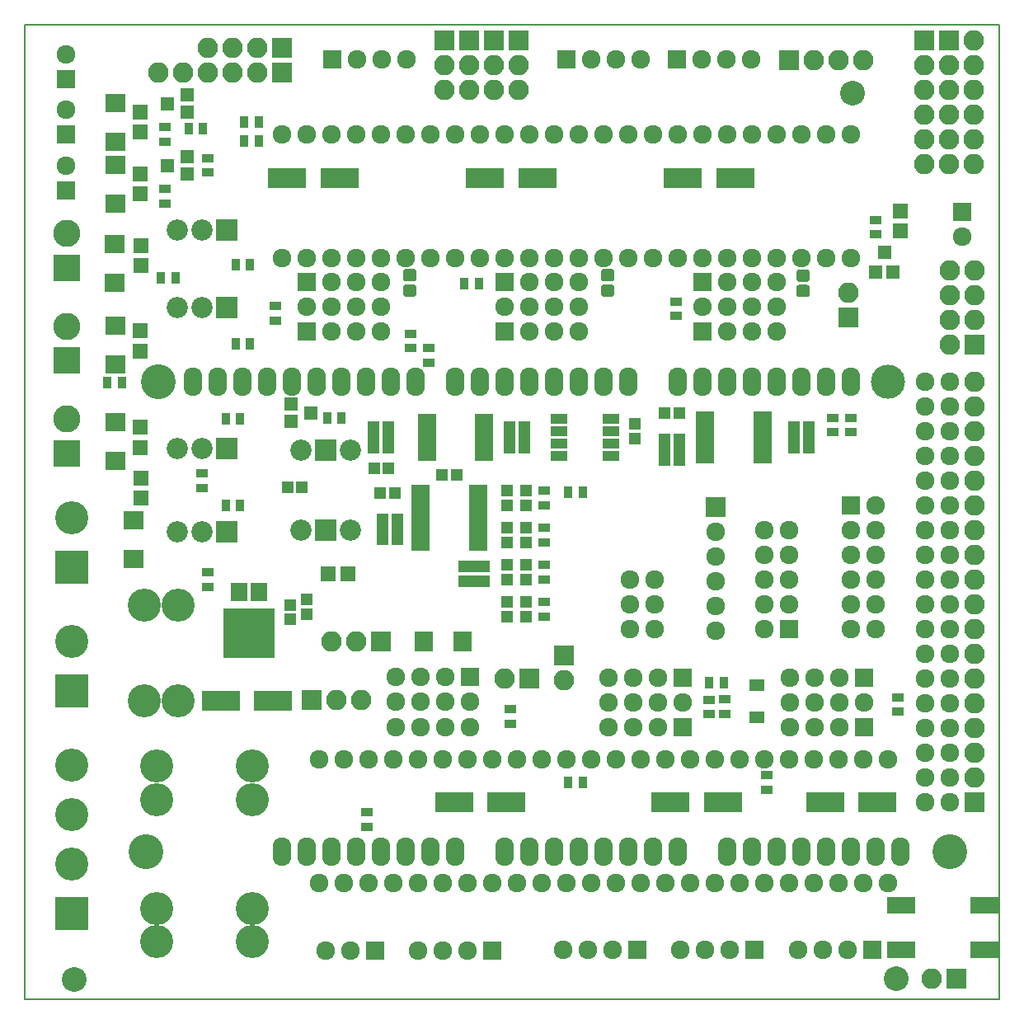
<source format=gts>
G04 #@! TF.GenerationSoftware,KiCad,Pcbnew,5.1.0*
G04 #@! TF.CreationDate,2019-04-24T19:53:50+02:00*
G04 #@! TF.ProjectId,RAMPS-FD,52414d50-532d-4464-942e-6b696361645f,rev?*
G04 #@! TF.SameCoordinates,Original*
G04 #@! TF.FileFunction,Soldermask,Top*
G04 #@! TF.FilePolarity,Negative*
%FSLAX46Y46*%
G04 Gerber Fmt 4.6, Leading zero omitted, Abs format (unit mm)*
G04 Created by KiCad (PCBNEW 5.1.0) date 2019-04-24 19:53:50*
%MOMM*%
%LPD*%
G04 APERTURE LIST*
%ADD10C,0.152400*%
%ADD11R,1.924000X1.924000*%
%ADD12C,1.924000*%
%ADD13O,1.924000X1.924000*%
%ADD14C,0.150000*%
%ADD15C,1.275000*%
%ADD16R,3.399740X3.399740*%
%ADD17C,3.399740*%
%ADD18R,1.799540X0.999440*%
%ADD19R,1.314400X1.314400*%
%ADD20R,1.598880X1.598880*%
%ADD21R,1.799540X1.900000*%
%ADD22R,5.300000X5.200000*%
%ADD23C,2.800000*%
%ADD24R,2.800000X2.800000*%
%ADD25R,1.200000X1.150000*%
%ADD26R,1.150000X1.200000*%
%ADD27R,0.900000X1.300000*%
%ADD28R,1.300000X0.900000*%
%ADD29R,1.162000X0.831800*%
%ADD30R,0.831800X1.162000*%
%ADD31R,1.850000X0.850000*%
%ADD32R,1.900000X0.850000*%
%ADD33O,1.924000X2.940000*%
%ADD34C,3.575000*%
%ADD35C,3.500000*%
%ADD36C,2.540000*%
%ADD37R,1.620000X1.310000*%
%ADD38R,1.949400X2.068780*%
%ADD39R,2.068780X1.949400*%
%ADD40C,3.400000*%
%ADD41R,2.899360X1.797000*%
%ADD42R,2.100000X2.100000*%
%ADD43O,2.100000X2.100000*%
%ADD44C,2.178000*%
%ADD45R,2.178000X2.178000*%
%ADD46R,3.900000X2.000000*%
G04 APERTURE END LIST*
D10*
X52324000Y-39573000D02*
X52324000Y-139573000D01*
X152324000Y-39573000D02*
X52324000Y-39573000D01*
X152324000Y-139573000D02*
X152324000Y-39573000D01*
X52324000Y-139573000D02*
X152324000Y-139573000D01*
D11*
X130810000Y-101600000D03*
D12*
X128270000Y-101600000D03*
X130810000Y-99060000D03*
X128270000Y-99060000D03*
X130810000Y-96520000D03*
X128270000Y-96520000D03*
X130810000Y-93980000D03*
X128270000Y-93980000D03*
X130810000Y-91440000D03*
X128270000Y-91440000D03*
D11*
X101600000Y-70993000D03*
D12*
X101600000Y-68453000D03*
D13*
X104140000Y-70993000D03*
D12*
X104140000Y-68453000D03*
X106680000Y-70993000D03*
X106680000Y-68453000D03*
X109220000Y-70993000D03*
X109220000Y-68453000D03*
D11*
X119888000Y-106553000D03*
D12*
X119888000Y-109093000D03*
X117348000Y-106553000D03*
X117348000Y-109093000D03*
X114808000Y-106553000D03*
X114808000Y-109093000D03*
X112268000Y-106553000D03*
X112268000Y-109093000D03*
D13*
X88836500Y-65913000D03*
X86296500Y-65913000D03*
X83756500Y-65913000D03*
D11*
X81216500Y-65913000D03*
D12*
X109220000Y-65913000D03*
X106680000Y-65913000D03*
X104140000Y-65913000D03*
D11*
X101600000Y-65913000D03*
D12*
X129540000Y-65976500D03*
X127000000Y-65976500D03*
X124460000Y-65976500D03*
D11*
X121920000Y-65976500D03*
D12*
X130873500Y-111633000D03*
X133413500Y-111633000D03*
X135953500Y-111633000D03*
D11*
X138493500Y-111633000D03*
D12*
X112268000Y-111633000D03*
X114808000Y-111633000D03*
X117348000Y-111633000D03*
D11*
X119888000Y-111633000D03*
D12*
X90360500Y-111633000D03*
X92900500Y-111633000D03*
X95440500Y-111633000D03*
X97980500Y-111633000D03*
D11*
X97983040Y-106547920D03*
D12*
X97983040Y-109087920D03*
X95443040Y-106547920D03*
X95443040Y-109087920D03*
X92903040Y-106547920D03*
X92903040Y-109087920D03*
X90363040Y-106547920D03*
X90363040Y-109087920D03*
D11*
X138480800Y-106553000D03*
D12*
X138480800Y-109093000D03*
X135940800Y-106553000D03*
X135940800Y-109093000D03*
D13*
X133400800Y-106553000D03*
D12*
X133400800Y-109093000D03*
D13*
X130860800Y-106553000D03*
D12*
X130860800Y-109093000D03*
D11*
X81280000Y-70993000D03*
D12*
X81280000Y-68453000D03*
X83820000Y-70993000D03*
X83820000Y-68453000D03*
X86360000Y-70993000D03*
X86360000Y-68453000D03*
X88900000Y-70993000D03*
X88900000Y-68453000D03*
D11*
X121920000Y-70993000D03*
D12*
X121920000Y-68453000D03*
X124460000Y-70993000D03*
X124460000Y-68453000D03*
X127000000Y-70993000D03*
X127000000Y-68453000D03*
X129540000Y-70993000D03*
X129540000Y-68453000D03*
D14*
G36*
X132594493Y-64654535D02*
G01*
X132625435Y-64659125D01*
X132655778Y-64666725D01*
X132685230Y-64677263D01*
X132713508Y-64690638D01*
X132740338Y-64706719D01*
X132765463Y-64725353D01*
X132788640Y-64746360D01*
X132809647Y-64769537D01*
X132828281Y-64794662D01*
X132844362Y-64821492D01*
X132857737Y-64849770D01*
X132868275Y-64879222D01*
X132875875Y-64909565D01*
X132880465Y-64940507D01*
X132882000Y-64971750D01*
X132882000Y-65609250D01*
X132880465Y-65640493D01*
X132875875Y-65671435D01*
X132868275Y-65701778D01*
X132857737Y-65731230D01*
X132844362Y-65759508D01*
X132828281Y-65786338D01*
X132809647Y-65811463D01*
X132788640Y-65834640D01*
X132765463Y-65855647D01*
X132740338Y-65874281D01*
X132713508Y-65890362D01*
X132685230Y-65903737D01*
X132655778Y-65914275D01*
X132625435Y-65921875D01*
X132594493Y-65926465D01*
X132563250Y-65928000D01*
X131850750Y-65928000D01*
X131819507Y-65926465D01*
X131788565Y-65921875D01*
X131758222Y-65914275D01*
X131728770Y-65903737D01*
X131700492Y-65890362D01*
X131673662Y-65874281D01*
X131648537Y-65855647D01*
X131625360Y-65834640D01*
X131604353Y-65811463D01*
X131585719Y-65786338D01*
X131569638Y-65759508D01*
X131556263Y-65731230D01*
X131545725Y-65701778D01*
X131538125Y-65671435D01*
X131533535Y-65640493D01*
X131532000Y-65609250D01*
X131532000Y-64971750D01*
X131533535Y-64940507D01*
X131538125Y-64909565D01*
X131545725Y-64879222D01*
X131556263Y-64849770D01*
X131569638Y-64821492D01*
X131585719Y-64794662D01*
X131604353Y-64769537D01*
X131625360Y-64746360D01*
X131648537Y-64725353D01*
X131673662Y-64706719D01*
X131700492Y-64690638D01*
X131728770Y-64677263D01*
X131758222Y-64666725D01*
X131788565Y-64659125D01*
X131819507Y-64654535D01*
X131850750Y-64653000D01*
X132563250Y-64653000D01*
X132594493Y-64654535D01*
X132594493Y-64654535D01*
G37*
D15*
X132207000Y-65290500D03*
D14*
G36*
X132594493Y-66229535D02*
G01*
X132625435Y-66234125D01*
X132655778Y-66241725D01*
X132685230Y-66252263D01*
X132713508Y-66265638D01*
X132740338Y-66281719D01*
X132765463Y-66300353D01*
X132788640Y-66321360D01*
X132809647Y-66344537D01*
X132828281Y-66369662D01*
X132844362Y-66396492D01*
X132857737Y-66424770D01*
X132868275Y-66454222D01*
X132875875Y-66484565D01*
X132880465Y-66515507D01*
X132882000Y-66546750D01*
X132882000Y-67184250D01*
X132880465Y-67215493D01*
X132875875Y-67246435D01*
X132868275Y-67276778D01*
X132857737Y-67306230D01*
X132844362Y-67334508D01*
X132828281Y-67361338D01*
X132809647Y-67386463D01*
X132788640Y-67409640D01*
X132765463Y-67430647D01*
X132740338Y-67449281D01*
X132713508Y-67465362D01*
X132685230Y-67478737D01*
X132655778Y-67489275D01*
X132625435Y-67496875D01*
X132594493Y-67501465D01*
X132563250Y-67503000D01*
X131850750Y-67503000D01*
X131819507Y-67501465D01*
X131788565Y-67496875D01*
X131758222Y-67489275D01*
X131728770Y-67478737D01*
X131700492Y-67465362D01*
X131673662Y-67449281D01*
X131648537Y-67430647D01*
X131625360Y-67409640D01*
X131604353Y-67386463D01*
X131585719Y-67361338D01*
X131569638Y-67334508D01*
X131556263Y-67306230D01*
X131545725Y-67276778D01*
X131538125Y-67246435D01*
X131533535Y-67215493D01*
X131532000Y-67184250D01*
X131532000Y-66546750D01*
X131533535Y-66515507D01*
X131538125Y-66484565D01*
X131545725Y-66454222D01*
X131556263Y-66424770D01*
X131569638Y-66396492D01*
X131585719Y-66369662D01*
X131604353Y-66344537D01*
X131625360Y-66321360D01*
X131648537Y-66300353D01*
X131673662Y-66281719D01*
X131700492Y-66265638D01*
X131728770Y-66252263D01*
X131758222Y-66241725D01*
X131788565Y-66234125D01*
X131819507Y-66229535D01*
X131850750Y-66228000D01*
X132563250Y-66228000D01*
X132594493Y-66229535D01*
X132594493Y-66229535D01*
G37*
D15*
X132207000Y-66865500D03*
D14*
G36*
X112528493Y-64616535D02*
G01*
X112559435Y-64621125D01*
X112589778Y-64628725D01*
X112619230Y-64639263D01*
X112647508Y-64652638D01*
X112674338Y-64668719D01*
X112699463Y-64687353D01*
X112722640Y-64708360D01*
X112743647Y-64731537D01*
X112762281Y-64756662D01*
X112778362Y-64783492D01*
X112791737Y-64811770D01*
X112802275Y-64841222D01*
X112809875Y-64871565D01*
X112814465Y-64902507D01*
X112816000Y-64933750D01*
X112816000Y-65571250D01*
X112814465Y-65602493D01*
X112809875Y-65633435D01*
X112802275Y-65663778D01*
X112791737Y-65693230D01*
X112778362Y-65721508D01*
X112762281Y-65748338D01*
X112743647Y-65773463D01*
X112722640Y-65796640D01*
X112699463Y-65817647D01*
X112674338Y-65836281D01*
X112647508Y-65852362D01*
X112619230Y-65865737D01*
X112589778Y-65876275D01*
X112559435Y-65883875D01*
X112528493Y-65888465D01*
X112497250Y-65890000D01*
X111784750Y-65890000D01*
X111753507Y-65888465D01*
X111722565Y-65883875D01*
X111692222Y-65876275D01*
X111662770Y-65865737D01*
X111634492Y-65852362D01*
X111607662Y-65836281D01*
X111582537Y-65817647D01*
X111559360Y-65796640D01*
X111538353Y-65773463D01*
X111519719Y-65748338D01*
X111503638Y-65721508D01*
X111490263Y-65693230D01*
X111479725Y-65663778D01*
X111472125Y-65633435D01*
X111467535Y-65602493D01*
X111466000Y-65571250D01*
X111466000Y-64933750D01*
X111467535Y-64902507D01*
X111472125Y-64871565D01*
X111479725Y-64841222D01*
X111490263Y-64811770D01*
X111503638Y-64783492D01*
X111519719Y-64756662D01*
X111538353Y-64731537D01*
X111559360Y-64708360D01*
X111582537Y-64687353D01*
X111607662Y-64668719D01*
X111634492Y-64652638D01*
X111662770Y-64639263D01*
X111692222Y-64628725D01*
X111722565Y-64621125D01*
X111753507Y-64616535D01*
X111784750Y-64615000D01*
X112497250Y-64615000D01*
X112528493Y-64616535D01*
X112528493Y-64616535D01*
G37*
D15*
X112141000Y-65252500D03*
D14*
G36*
X112528493Y-66191535D02*
G01*
X112559435Y-66196125D01*
X112589778Y-66203725D01*
X112619230Y-66214263D01*
X112647508Y-66227638D01*
X112674338Y-66243719D01*
X112699463Y-66262353D01*
X112722640Y-66283360D01*
X112743647Y-66306537D01*
X112762281Y-66331662D01*
X112778362Y-66358492D01*
X112791737Y-66386770D01*
X112802275Y-66416222D01*
X112809875Y-66446565D01*
X112814465Y-66477507D01*
X112816000Y-66508750D01*
X112816000Y-67146250D01*
X112814465Y-67177493D01*
X112809875Y-67208435D01*
X112802275Y-67238778D01*
X112791737Y-67268230D01*
X112778362Y-67296508D01*
X112762281Y-67323338D01*
X112743647Y-67348463D01*
X112722640Y-67371640D01*
X112699463Y-67392647D01*
X112674338Y-67411281D01*
X112647508Y-67427362D01*
X112619230Y-67440737D01*
X112589778Y-67451275D01*
X112559435Y-67458875D01*
X112528493Y-67463465D01*
X112497250Y-67465000D01*
X111784750Y-67465000D01*
X111753507Y-67463465D01*
X111722565Y-67458875D01*
X111692222Y-67451275D01*
X111662770Y-67440737D01*
X111634492Y-67427362D01*
X111607662Y-67411281D01*
X111582537Y-67392647D01*
X111559360Y-67371640D01*
X111538353Y-67348463D01*
X111519719Y-67323338D01*
X111503638Y-67296508D01*
X111490263Y-67268230D01*
X111479725Y-67238778D01*
X111472125Y-67208435D01*
X111467535Y-67177493D01*
X111466000Y-67146250D01*
X111466000Y-66508750D01*
X111467535Y-66477507D01*
X111472125Y-66446565D01*
X111479725Y-66416222D01*
X111490263Y-66386770D01*
X111503638Y-66358492D01*
X111519719Y-66331662D01*
X111538353Y-66306537D01*
X111559360Y-66283360D01*
X111582537Y-66262353D01*
X111607662Y-66243719D01*
X111634492Y-66227638D01*
X111662770Y-66214263D01*
X111692222Y-66203725D01*
X111722565Y-66196125D01*
X111753507Y-66191535D01*
X111784750Y-66190000D01*
X112497250Y-66190000D01*
X112528493Y-66191535D01*
X112528493Y-66191535D01*
G37*
D15*
X112141000Y-66827500D03*
D14*
G36*
X92208493Y-64616535D02*
G01*
X92239435Y-64621125D01*
X92269778Y-64628725D01*
X92299230Y-64639263D01*
X92327508Y-64652638D01*
X92354338Y-64668719D01*
X92379463Y-64687353D01*
X92402640Y-64708360D01*
X92423647Y-64731537D01*
X92442281Y-64756662D01*
X92458362Y-64783492D01*
X92471737Y-64811770D01*
X92482275Y-64841222D01*
X92489875Y-64871565D01*
X92494465Y-64902507D01*
X92496000Y-64933750D01*
X92496000Y-65571250D01*
X92494465Y-65602493D01*
X92489875Y-65633435D01*
X92482275Y-65663778D01*
X92471737Y-65693230D01*
X92458362Y-65721508D01*
X92442281Y-65748338D01*
X92423647Y-65773463D01*
X92402640Y-65796640D01*
X92379463Y-65817647D01*
X92354338Y-65836281D01*
X92327508Y-65852362D01*
X92299230Y-65865737D01*
X92269778Y-65876275D01*
X92239435Y-65883875D01*
X92208493Y-65888465D01*
X92177250Y-65890000D01*
X91464750Y-65890000D01*
X91433507Y-65888465D01*
X91402565Y-65883875D01*
X91372222Y-65876275D01*
X91342770Y-65865737D01*
X91314492Y-65852362D01*
X91287662Y-65836281D01*
X91262537Y-65817647D01*
X91239360Y-65796640D01*
X91218353Y-65773463D01*
X91199719Y-65748338D01*
X91183638Y-65721508D01*
X91170263Y-65693230D01*
X91159725Y-65663778D01*
X91152125Y-65633435D01*
X91147535Y-65602493D01*
X91146000Y-65571250D01*
X91146000Y-64933750D01*
X91147535Y-64902507D01*
X91152125Y-64871565D01*
X91159725Y-64841222D01*
X91170263Y-64811770D01*
X91183638Y-64783492D01*
X91199719Y-64756662D01*
X91218353Y-64731537D01*
X91239360Y-64708360D01*
X91262537Y-64687353D01*
X91287662Y-64668719D01*
X91314492Y-64652638D01*
X91342770Y-64639263D01*
X91372222Y-64628725D01*
X91402565Y-64621125D01*
X91433507Y-64616535D01*
X91464750Y-64615000D01*
X92177250Y-64615000D01*
X92208493Y-64616535D01*
X92208493Y-64616535D01*
G37*
D15*
X91821000Y-65252500D03*
D14*
G36*
X92208493Y-66191535D02*
G01*
X92239435Y-66196125D01*
X92269778Y-66203725D01*
X92299230Y-66214263D01*
X92327508Y-66227638D01*
X92354338Y-66243719D01*
X92379463Y-66262353D01*
X92402640Y-66283360D01*
X92423647Y-66306537D01*
X92442281Y-66331662D01*
X92458362Y-66358492D01*
X92471737Y-66386770D01*
X92482275Y-66416222D01*
X92489875Y-66446565D01*
X92494465Y-66477507D01*
X92496000Y-66508750D01*
X92496000Y-67146250D01*
X92494465Y-67177493D01*
X92489875Y-67208435D01*
X92482275Y-67238778D01*
X92471737Y-67268230D01*
X92458362Y-67296508D01*
X92442281Y-67323338D01*
X92423647Y-67348463D01*
X92402640Y-67371640D01*
X92379463Y-67392647D01*
X92354338Y-67411281D01*
X92327508Y-67427362D01*
X92299230Y-67440737D01*
X92269778Y-67451275D01*
X92239435Y-67458875D01*
X92208493Y-67463465D01*
X92177250Y-67465000D01*
X91464750Y-67465000D01*
X91433507Y-67463465D01*
X91402565Y-67458875D01*
X91372222Y-67451275D01*
X91342770Y-67440737D01*
X91314492Y-67427362D01*
X91287662Y-67411281D01*
X91262537Y-67392647D01*
X91239360Y-67371640D01*
X91218353Y-67348463D01*
X91199719Y-67323338D01*
X91183638Y-67296508D01*
X91170263Y-67268230D01*
X91159725Y-67238778D01*
X91152125Y-67208435D01*
X91147535Y-67177493D01*
X91146000Y-67146250D01*
X91146000Y-66508750D01*
X91147535Y-66477507D01*
X91152125Y-66446565D01*
X91159725Y-66416222D01*
X91170263Y-66386770D01*
X91183638Y-66358492D01*
X91199719Y-66331662D01*
X91218353Y-66306537D01*
X91239360Y-66283360D01*
X91262537Y-66262353D01*
X91287662Y-66243719D01*
X91314492Y-66227638D01*
X91342770Y-66214263D01*
X91372222Y-66203725D01*
X91402565Y-66196125D01*
X91433507Y-66191535D01*
X91464750Y-66190000D01*
X92177250Y-66190000D01*
X92208493Y-66191535D01*
X92208493Y-66191535D01*
G37*
D15*
X91821000Y-66827500D03*
D16*
X57150000Y-107950000D03*
D17*
X57150000Y-102870000D03*
D16*
X57150000Y-95250000D03*
D17*
X57150000Y-90170000D03*
D18*
X112522000Y-80010000D03*
X107188000Y-80010000D03*
X112522000Y-81280000D03*
X112522000Y-82550000D03*
X112522000Y-83820000D03*
X107188000Y-81280000D03*
X107188000Y-82550000D03*
X107188000Y-83820000D03*
D19*
X68961000Y-46736000D03*
X68961000Y-48514000D03*
X66929000Y-47625000D03*
X68961000Y-53086000D03*
X68961000Y-54864000D03*
X66929000Y-53975000D03*
X79629000Y-80264000D03*
X79629000Y-78486000D03*
X81661000Y-79375000D03*
D20*
X83405980Y-95885000D03*
X85504020Y-95885000D03*
X64262000Y-86072980D03*
X64262000Y-88171020D03*
X64135000Y-73058020D03*
X64135000Y-70959980D03*
X64135000Y-82964020D03*
X64135000Y-80865980D03*
X64250000Y-64299020D03*
X64250000Y-62200980D03*
X64135000Y-56929020D03*
X64135000Y-54830980D03*
X64135000Y-50579020D03*
X64135000Y-48480980D03*
D21*
X74285140Y-97769680D03*
X76362860Y-97769680D03*
D22*
X75324000Y-102021640D03*
D11*
X127254000Y-134540000D03*
D12*
X124714000Y-134540000D03*
X122174000Y-134540000D03*
X119634000Y-134540000D03*
D11*
X56515000Y-45085000D03*
D12*
X56515000Y-42545000D03*
D11*
X100330000Y-134620000D03*
D12*
X97790000Y-134620000D03*
X95250000Y-134620000D03*
X92710000Y-134620000D03*
D11*
X115189000Y-134540000D03*
D12*
X112649000Y-134540000D03*
X110109000Y-134540000D03*
X107569000Y-134540000D03*
D11*
X139319000Y-134540000D03*
D12*
X136779000Y-134540000D03*
X134239000Y-134540000D03*
X131699000Y-134540000D03*
D11*
X83845400Y-43078400D03*
D12*
X86385400Y-43078400D03*
X88925400Y-43078400D03*
X91465400Y-43078400D03*
D11*
X107950000Y-43078400D03*
D12*
X110490000Y-43078400D03*
X113030000Y-43078400D03*
X115570000Y-43078400D03*
D11*
X137160000Y-88900000D03*
D12*
X139700000Y-88900000D03*
X137160000Y-91440000D03*
X139700000Y-91440000D03*
X137160000Y-93980000D03*
X139700000Y-93980000D03*
X137160000Y-96520000D03*
X139700000Y-96520000D03*
X137160000Y-99060000D03*
X139700000Y-99060000D03*
X137160000Y-101600000D03*
X139700000Y-101600000D03*
D11*
X119228000Y-43078400D03*
D12*
X121768000Y-43078400D03*
X124308000Y-43078400D03*
X126848000Y-43078400D03*
D23*
X56580000Y-60988000D03*
D24*
X56580000Y-64488000D03*
D11*
X148567000Y-58750200D03*
D12*
X148567000Y-61290200D03*
D23*
X56580000Y-80038000D03*
D24*
X56580000Y-83538000D03*
D23*
X56580000Y-70513000D03*
D24*
X56580000Y-74013000D03*
D11*
X56515000Y-56515000D03*
D12*
X56515000Y-53975000D03*
D11*
X56515000Y-50800000D03*
D12*
X56515000Y-48260000D03*
D25*
X88150000Y-85090000D03*
X89650000Y-85090000D03*
X90285000Y-87630000D03*
X88785000Y-87630000D03*
X79260000Y-86995000D03*
X80760000Y-86995000D03*
X96635000Y-85725000D03*
X95135000Y-85725000D03*
D26*
X79574000Y-100623800D03*
X79574000Y-99123800D03*
X81280000Y-100064000D03*
X81280000Y-98564000D03*
X101854000Y-100318000D03*
X101854000Y-98818000D03*
X101854000Y-96508000D03*
X101854000Y-95008000D03*
X101854000Y-92698000D03*
X101854000Y-91198000D03*
D25*
X119495000Y-79375000D03*
X117995000Y-79375000D03*
D26*
X101854000Y-88888000D03*
X101854000Y-87388000D03*
X103759000Y-88888000D03*
X103759000Y-87388000D03*
X103759000Y-92698000D03*
X103759000Y-91198000D03*
X103759000Y-100318000D03*
X103759000Y-98818000D03*
X103759000Y-96508000D03*
X103759000Y-95008000D03*
X114935000Y-80530000D03*
X114935000Y-82030000D03*
D27*
X74815000Y-49530000D03*
X76315000Y-49530000D03*
X74815000Y-51435000D03*
X76315000Y-51435000D03*
X84824000Y-79933800D03*
X83324000Y-79933800D03*
D28*
X141986000Y-110097000D03*
X141986000Y-108597000D03*
X102171500Y-111303500D03*
X102171500Y-109803500D03*
X122529600Y-108851000D03*
X122529600Y-110351000D03*
X78041500Y-68401500D03*
X78041500Y-69901500D03*
D27*
X98921000Y-66103500D03*
X97421000Y-66103500D03*
D28*
X119189500Y-67957000D03*
X119189500Y-69457000D03*
X137160000Y-81395000D03*
X137160000Y-79895000D03*
X135255000Y-81395000D03*
X135255000Y-79895000D03*
X71120000Y-97270000D03*
X71120000Y-95770000D03*
D27*
X60750000Y-76250000D03*
X62250000Y-76250000D03*
D28*
X70485000Y-87110000D03*
X70485000Y-85610000D03*
D27*
X66250000Y-65500000D03*
X67750000Y-65500000D03*
D28*
X105664000Y-100318000D03*
X105664000Y-98818000D03*
X105664000Y-96508000D03*
X105664000Y-95008000D03*
X105664000Y-92698000D03*
X105664000Y-91198000D03*
D27*
X122567000Y-107061000D03*
X124067000Y-107061000D03*
D28*
X124180600Y-108800200D03*
X124180600Y-110300200D03*
X93789500Y-74219500D03*
X93789500Y-72719500D03*
X91948000Y-72759000D03*
X91948000Y-71259000D03*
X105664000Y-88888000D03*
X105664000Y-87388000D03*
D27*
X74410000Y-88900000D03*
X72910000Y-88900000D03*
X74410000Y-80010000D03*
X72910000Y-80010000D03*
X75426000Y-64185800D03*
X73926000Y-64185800D03*
X75426000Y-72313800D03*
X73926000Y-72313800D03*
X70600000Y-50165000D03*
X69100000Y-50165000D03*
D28*
X71120000Y-53225000D03*
X71120000Y-54725000D03*
X66675000Y-57900000D03*
X66675000Y-56400000D03*
X66675000Y-51550000D03*
X66675000Y-50050000D03*
D29*
X103632000Y-82313780D03*
X102108000Y-82313780D03*
X103632000Y-81516220D03*
X102108000Y-81516220D03*
X103632000Y-83113880D03*
X103632000Y-80716120D03*
X102108000Y-80716120D03*
X102108000Y-83113880D03*
D30*
X98026220Y-96647000D03*
X98026220Y-95123000D03*
X98823780Y-96647000D03*
X98823780Y-95123000D03*
X97226120Y-96647000D03*
X99623880Y-96647000D03*
X99623880Y-95123000D03*
X97226120Y-95123000D03*
D29*
X90551000Y-91762580D03*
X89027000Y-91762580D03*
X90551000Y-90965020D03*
X89027000Y-90965020D03*
X90551000Y-92562680D03*
X90551000Y-90164920D03*
X89027000Y-90164920D03*
X89027000Y-92562680D03*
X88138000Y-81516220D03*
X89662000Y-81516220D03*
X88138000Y-82313780D03*
X89662000Y-82313780D03*
X88138000Y-80716120D03*
X88138000Y-83113880D03*
X89662000Y-83113880D03*
X89662000Y-80716120D03*
X119507000Y-83583780D03*
X117983000Y-83583780D03*
X119507000Y-82786220D03*
X117983000Y-82786220D03*
X119507000Y-84383880D03*
X119507000Y-81986120D03*
X117983000Y-81986120D03*
X117983000Y-84383880D03*
X131318000Y-81516220D03*
X132842000Y-81516220D03*
X131318000Y-82313780D03*
X132842000Y-82313780D03*
X131318000Y-80716120D03*
X131318000Y-83113880D03*
X132842000Y-83113880D03*
X132842000Y-80716120D03*
D31*
X99470000Y-83865000D03*
X99470000Y-83215000D03*
X99470000Y-82565000D03*
X99470000Y-81915000D03*
X99470000Y-81265000D03*
X99470000Y-80615000D03*
X99470000Y-79965000D03*
X93570000Y-79965000D03*
X93570000Y-80615000D03*
X93570000Y-81265000D03*
X93570000Y-81915000D03*
X93570000Y-82565000D03*
X93570000Y-83215000D03*
X93570000Y-83865000D03*
X92935000Y-87245000D03*
X92935000Y-87895000D03*
X92935000Y-88545000D03*
X92935000Y-89195000D03*
X92935000Y-89845000D03*
X92935000Y-90495000D03*
X92935000Y-91145000D03*
X92935000Y-91795000D03*
X92935000Y-92445000D03*
X92935000Y-93095000D03*
X98835000Y-93095000D03*
X98835000Y-92445000D03*
X98835000Y-91795000D03*
X98835000Y-91145000D03*
X98835000Y-90495000D03*
X98835000Y-89845000D03*
X98835000Y-89195000D03*
X98835000Y-88545000D03*
X98835000Y-87895000D03*
X98835000Y-87245000D03*
D32*
X128045000Y-79640000D03*
X128045000Y-80290000D03*
X128045000Y-80940000D03*
X128045000Y-81590000D03*
X128045000Y-82240000D03*
X128045000Y-82890000D03*
X128045000Y-83540000D03*
X128045000Y-84190000D03*
X122145000Y-84190000D03*
X122145000Y-83540000D03*
X122145000Y-82890000D03*
X122145000Y-82240000D03*
X122145000Y-81590000D03*
X122145000Y-80940000D03*
X122145000Y-80290000D03*
X122145000Y-79640000D03*
D12*
X116967000Y-96520000D03*
X116967000Y-99060000D03*
X116967000Y-101600000D03*
X114427000Y-101600000D03*
X114427000Y-99060000D03*
X114427000Y-96520000D03*
D33*
X78740000Y-124460000D03*
X81280000Y-124460000D03*
X69596000Y-76200000D03*
X72136000Y-76200000D03*
D12*
X147320000Y-119380000D03*
X144780000Y-119380000D03*
X147320000Y-116840000D03*
X144780000Y-116840000D03*
X147320000Y-114300000D03*
X144780000Y-114300000D03*
X147320000Y-111760000D03*
X144780000Y-111760000D03*
X147320000Y-109220000D03*
X144780000Y-109220000D03*
X147320000Y-106680000D03*
X144780000Y-106680000D03*
X147320000Y-104140000D03*
X144780000Y-104140000D03*
X147320000Y-101600000D03*
X144780000Y-101600000D03*
X147320000Y-99060000D03*
X144780000Y-99060000D03*
X147320000Y-96520000D03*
X144780000Y-96520000D03*
X147320000Y-93980000D03*
X144780000Y-93980000D03*
X147320000Y-91440000D03*
X144780000Y-91440000D03*
X144780000Y-88900000D03*
X147320000Y-88900000D03*
X147320000Y-76200000D03*
X144780000Y-76200000D03*
X147320000Y-86360000D03*
X144780000Y-86360000D03*
X147320000Y-83820000D03*
X144780000Y-83820000D03*
X147320000Y-81280000D03*
X144780000Y-81280000D03*
X147320000Y-78740000D03*
X144780000Y-78740000D03*
D34*
X64770000Y-124460000D03*
X66040000Y-76200000D03*
D35*
X140970000Y-76200000D03*
D34*
X147320000Y-124460000D03*
D33*
X88900000Y-124460000D03*
X74676000Y-76200000D03*
X77216000Y-76200000D03*
X79756000Y-76200000D03*
X82296000Y-76200000D03*
X84836000Y-76200000D03*
X87376000Y-76200000D03*
X89916000Y-76200000D03*
X92456000Y-76200000D03*
X96520000Y-76200000D03*
X99060000Y-76200000D03*
X101600000Y-76200000D03*
X104140000Y-76200000D03*
X106680000Y-76200000D03*
X109220000Y-76200000D03*
X111760000Y-76200000D03*
X114300000Y-76200000D03*
X83820000Y-124460000D03*
X86360000Y-124460000D03*
X91440000Y-124460000D03*
X93980000Y-124460000D03*
X96520000Y-124460000D03*
X106680000Y-124460000D03*
X104140000Y-124460000D03*
X101600000Y-124460000D03*
X109220000Y-124460000D03*
X111760000Y-124460000D03*
X114300000Y-124460000D03*
X132080000Y-124460000D03*
X129540000Y-124460000D03*
X127000000Y-124460000D03*
X116840000Y-124460000D03*
X119380000Y-124460000D03*
X124460000Y-124460000D03*
X134620000Y-124460000D03*
X137160000Y-124460000D03*
X139700000Y-124460000D03*
X142240000Y-124460000D03*
X137160000Y-76200000D03*
X134620000Y-76200000D03*
X132080000Y-76200000D03*
X129540000Y-76200000D03*
X127000000Y-76200000D03*
X124460000Y-76200000D03*
X121920000Y-76200000D03*
X119380000Y-76200000D03*
D27*
X109589000Y-87503000D03*
X108089000Y-87503000D03*
D36*
X57324000Y-137573000D03*
X137324000Y-46573000D03*
X141808200Y-137515600D03*
D20*
X142240000Y-58640980D03*
X142240000Y-60739020D03*
D19*
X141478000Y-64947800D03*
X139700000Y-64947800D03*
X140589000Y-62915800D03*
D28*
X139700000Y-59575000D03*
X139700000Y-61075000D03*
D11*
X88265000Y-134620000D03*
D12*
X85725000Y-134620000D03*
X83185000Y-134620000D03*
D16*
X57150000Y-130810000D03*
D17*
X57150000Y-125730000D03*
X57150000Y-115570000D03*
X57150000Y-120650000D03*
D37*
X127444500Y-107394500D03*
X127444500Y-110664500D03*
D38*
X93284040Y-102870000D03*
X97248980Y-102870000D03*
D39*
X61595000Y-80330040D03*
X61595000Y-84294980D03*
X61595000Y-70424040D03*
X61595000Y-74388980D03*
X61500000Y-62034040D03*
X61500000Y-65998980D03*
X63500000Y-90410040D03*
X63500000Y-94374980D03*
X61595000Y-53914040D03*
X61595000Y-57878980D03*
X61595000Y-47564040D03*
X61595000Y-51528980D03*
D40*
X65864000Y-130298720D03*
X65864000Y-133698720D03*
X75614000Y-130298720D03*
X75614000Y-133698720D03*
D41*
X142308000Y-134502720D03*
X142308000Y-130002720D03*
X150808000Y-134502720D03*
X150808000Y-130002720D03*
D40*
X64594000Y-108933720D03*
X67994000Y-108933720D03*
X64594000Y-99183720D03*
X67994000Y-99183720D03*
X65864000Y-115693720D03*
X65864000Y-119093720D03*
X75614000Y-115693720D03*
X75614000Y-119093720D03*
D28*
X87424000Y-121923000D03*
X87424000Y-120423000D03*
D42*
X107696000Y-104267000D03*
D43*
X107696000Y-106807000D03*
D42*
X81711800Y-108915200D03*
D43*
X84251800Y-108915200D03*
X86791800Y-108915200D03*
D42*
X88900000Y-102870000D03*
D43*
X86360000Y-102870000D03*
X83820000Y-102870000D03*
D42*
X104076500Y-106680000D03*
D43*
X101536500Y-106680000D03*
D42*
X136906000Y-69596000D03*
D43*
X136906000Y-67056000D03*
D42*
X95377000Y-41148000D03*
D43*
X95377000Y-43688000D03*
X95377000Y-46228000D03*
D42*
X97917000Y-41148000D03*
D43*
X97917000Y-43688000D03*
X97917000Y-46228000D03*
D42*
X100457000Y-41148000D03*
D43*
X100457000Y-43688000D03*
X100457000Y-46228000D03*
D42*
X102997000Y-41148000D03*
D43*
X102997000Y-43688000D03*
X102997000Y-46228000D03*
D42*
X123240800Y-89027000D03*
D12*
X123240800Y-91567000D03*
X123240800Y-94107000D03*
X123240800Y-96647000D03*
X123240800Y-99187000D03*
X123240800Y-101727000D03*
D42*
X78740000Y-41910000D03*
D43*
X76200000Y-41910000D03*
X73660000Y-41910000D03*
X71120000Y-41910000D03*
D42*
X147955000Y-137459720D03*
D43*
X145415000Y-137459720D03*
D42*
X130810000Y-43180000D03*
D43*
X133350000Y-43180000D03*
X135890000Y-43180000D03*
X138430000Y-43180000D03*
D42*
X149860000Y-119380000D03*
D43*
X149860000Y-116840000D03*
X149860000Y-114300000D03*
X149860000Y-111760000D03*
X149860000Y-109220000D03*
X149860000Y-106680000D03*
X149860000Y-104140000D03*
X149860000Y-101600000D03*
X149860000Y-99060000D03*
X149860000Y-96520000D03*
X149860000Y-93980000D03*
X149860000Y-91440000D03*
X149860000Y-88900000D03*
X149860000Y-86360000D03*
X149860000Y-83820000D03*
X149860000Y-81280000D03*
X149860000Y-78740000D03*
X149860000Y-76200000D03*
D42*
X78740000Y-44450000D03*
D43*
X76200000Y-44450000D03*
X73660000Y-44450000D03*
X71120000Y-44450000D03*
X68580000Y-44450000D03*
X66040000Y-44450000D03*
D42*
X149860000Y-72390000D03*
D43*
X147320000Y-72390000D03*
X149860000Y-69850000D03*
X147320000Y-69850000D03*
X149860000Y-67310000D03*
X147320000Y-67310000D03*
X149860000Y-64770000D03*
X147320000Y-64770000D03*
D42*
X144678400Y-41148000D03*
D43*
X144678400Y-43688000D03*
X144678400Y-46228000D03*
X144678400Y-48768000D03*
X144678400Y-51308000D03*
X144678400Y-53848000D03*
D42*
X147193000Y-41148000D03*
D43*
X149733000Y-41148000D03*
X147193000Y-43688000D03*
X149733000Y-43688000D03*
X147193000Y-46228000D03*
X149733000Y-46228000D03*
X147193000Y-48768000D03*
X149733000Y-48768000D03*
X147193000Y-51308000D03*
X149733000Y-51308000D03*
X147193000Y-53848000D03*
X149733000Y-53848000D03*
D44*
X70485000Y-60655200D03*
X67945000Y-60655200D03*
D45*
X73025000Y-60655200D03*
D44*
X70490100Y-83073200D03*
X67950100Y-83073200D03*
D45*
X73030100Y-83073200D03*
D44*
X70485000Y-68580000D03*
X67945000Y-68580000D03*
D45*
X73025000Y-68580000D03*
D44*
X70479900Y-91620300D03*
X67939900Y-91620300D03*
D45*
X73019900Y-91620300D03*
D44*
X85725000Y-91440000D03*
D45*
X83185000Y-91440000D03*
D44*
X80645000Y-91440000D03*
X85725000Y-83185000D03*
D45*
X83185000Y-83185000D03*
D44*
X80645000Y-83185000D03*
D46*
X77807800Y-108966000D03*
X72407800Y-108966000D03*
X101760000Y-119380000D03*
X96360000Y-119380000D03*
X123985000Y-119380000D03*
X118585000Y-119380000D03*
X79215000Y-55245000D03*
X84615000Y-55245000D03*
X139860000Y-119380000D03*
X134460000Y-119380000D03*
X99535000Y-55245000D03*
X104935000Y-55245000D03*
X119855000Y-55245000D03*
X125255000Y-55245000D03*
D12*
X119380000Y-63500000D03*
X121920000Y-63500000D03*
X124460000Y-63500000D03*
X127000000Y-63500000D03*
X129540000Y-63500000D03*
X132080000Y-63500000D03*
X134620000Y-63500000D03*
X137160000Y-63500000D03*
X137160000Y-50800000D03*
X134620000Y-50800000D03*
X132080000Y-50800000D03*
X129540000Y-50800000D03*
X127000000Y-50800000D03*
X124460000Y-50800000D03*
X121920000Y-50800000D03*
X119380000Y-50800000D03*
X99060000Y-63500000D03*
X101600000Y-63500000D03*
X104140000Y-63500000D03*
X106680000Y-63500000D03*
X109220000Y-63500000D03*
X111760000Y-63500000D03*
X114300000Y-63500000D03*
X116840000Y-63500000D03*
X116840000Y-50800000D03*
X114300000Y-50800000D03*
X111760000Y-50800000D03*
X109220000Y-50800000D03*
X106680000Y-50800000D03*
X104140000Y-50800000D03*
X101600000Y-50800000D03*
X99060000Y-50800000D03*
X78740000Y-63500000D03*
X81280000Y-63500000D03*
X83820000Y-63500000D03*
X86360000Y-63500000D03*
X88900000Y-63500000D03*
X91440000Y-63500000D03*
X93980000Y-63500000D03*
X96520000Y-63500000D03*
X96520000Y-50800000D03*
X93980000Y-50800000D03*
X91440000Y-50800000D03*
X88900000Y-50800000D03*
X86360000Y-50800000D03*
X83820000Y-50800000D03*
X81280000Y-50800000D03*
X78740000Y-50800000D03*
X140970000Y-114935000D03*
X138430000Y-114935000D03*
X135890000Y-114935000D03*
X133350000Y-114935000D03*
X130810000Y-114935000D03*
X128270000Y-114935000D03*
X125730000Y-114935000D03*
X123190000Y-114935000D03*
X123190000Y-127635000D03*
X125730000Y-127635000D03*
X128270000Y-127635000D03*
X130810000Y-127635000D03*
X133350000Y-127635000D03*
X135890000Y-127635000D03*
X138430000Y-127635000D03*
X140970000Y-127635000D03*
X120650000Y-114935000D03*
X118110000Y-114935000D03*
X115570000Y-114935000D03*
X113030000Y-114935000D03*
X110490000Y-114935000D03*
X107950000Y-114935000D03*
X105410000Y-114935000D03*
X102870000Y-114935000D03*
X102870000Y-127635000D03*
X105410000Y-127635000D03*
X107950000Y-127635000D03*
X110490000Y-127635000D03*
X113030000Y-127635000D03*
X115570000Y-127635000D03*
X118110000Y-127635000D03*
X120650000Y-127635000D03*
X100330000Y-114935000D03*
X97790000Y-114935000D03*
X95250000Y-114935000D03*
X92710000Y-114935000D03*
X90170000Y-114935000D03*
X87630000Y-114935000D03*
X85090000Y-114935000D03*
X82550000Y-114935000D03*
X82550000Y-127635000D03*
X85090000Y-127635000D03*
X87630000Y-127635000D03*
X90170000Y-127635000D03*
X92710000Y-127635000D03*
X95250000Y-127635000D03*
X97790000Y-127635000D03*
X100330000Y-127635000D03*
D27*
X109589000Y-117348000D03*
X108089000Y-117348000D03*
D28*
X128524000Y-118098000D03*
X128524000Y-116598000D03*
M02*

</source>
